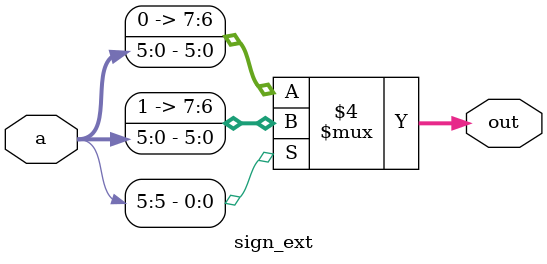
<source format=v>
module sign_ext(a,out);
input [5:0] a;
output reg [7:0] out;
always @ (*)
begin
 if(a[5]==1'b0)
                 out <= {2'b00,a};
            else
                 out <= {2'b11,a};
end
endmodule

</source>
